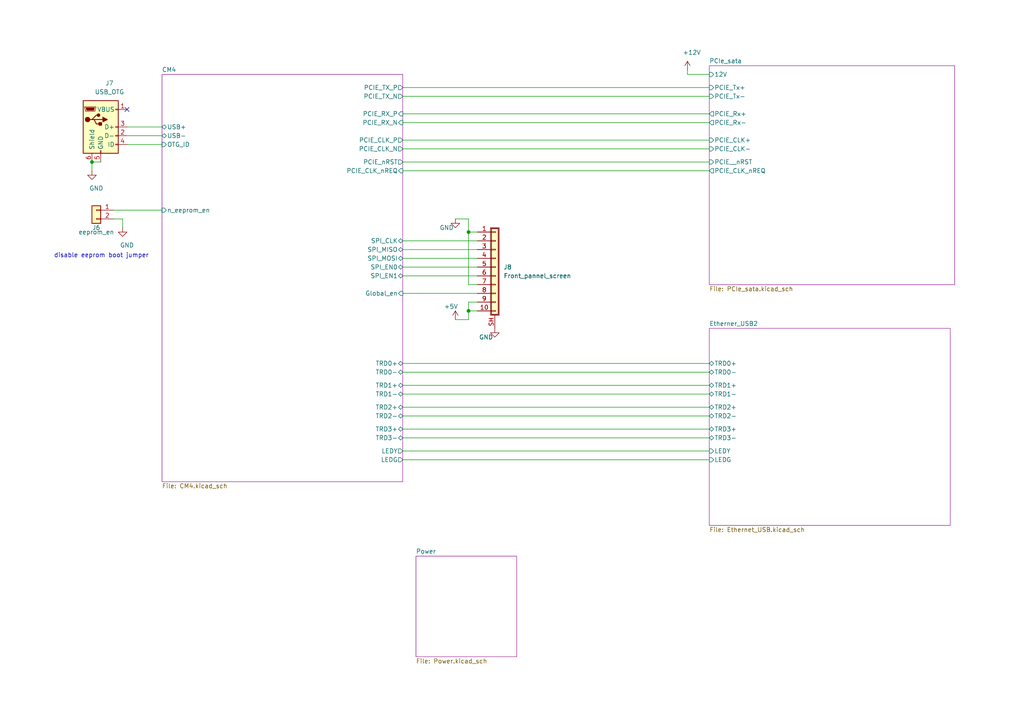
<source format=kicad_sch>
(kicad_sch (version 20211123) (generator eeschema)
  (paper "A4")
  (lib_symbols
    (symbol "Connector:USB_OTG" (pin_names (offset 1.016))
      (property "Reference" "J" (at -5.08 11.43 0))
      (property "Value" "USB_OTG" (at -5.08 8.89 0))
      (symbol "USB_OTG_0_1"
        (rectangle (start -5.08 -7.62) (end 5.08 7.62) (stroke (width 0.254)) (fill (type background)))
        (circle (center -3.81 2.159) (radius 0.635) (stroke (width 0.254)) (fill (type outline)))
        (circle (center -0.635 3.429) (radius 0.381) (stroke (width 0.254)) (fill (type outline)))
        (rectangle (start -0.127 -7.62) (end 0.127 -6.858))
        (polyline (pts (xy -1.905 2.159) (xy 0.635 2.159)) (stroke (width 0.254)))
        (polyline (pts (xy -3.175 2.159) (xy -2.54 2.159) (xy -1.27 3.429) (xy -0.635 3.429)) (stroke (width 0.254)))
        (polyline (pts (xy -2.54 2.159) (xy -1.905 2.159) (xy -1.27 0.889) (xy 0 0.889)) (stroke (width 0.254)))
        (polyline (pts (xy 0.635 2.794) (xy 0.635 1.524) (xy 1.905 2.159) (xy 0.635 2.794)) (stroke (width 0.254)) (fill (type outline)))
        (polyline (pts (xy -4.318 5.588) (xy -1.778 5.588) (xy -2.032 4.826) (xy -4.064 4.826) (xy -4.318 5.588)) (fill (type outline)))
        (polyline (pts (xy -4.699 5.842) (xy -4.699 5.588) (xy -4.445 4.826) (xy -4.445 4.572) (xy -1.651 4.572) (xy -1.651 4.826) (xy -1.397 5.588) (xy -1.397 5.842) (xy -4.699 5.842)))
        (rectangle (start 0.254 1.27) (end -0.508 0.508) (stroke (width 0.254)) (fill (type outline)))
        (rectangle (start 5.08 -5.207) (end 4.318 -4.953))
        (rectangle (start 5.08 -2.667) (end 4.318 -2.413))
        (rectangle (start 5.08 -0.127) (end 4.318 0.127))
        (rectangle (start 5.08 4.953) (end 4.318 5.207))
      )
      (symbol "USB_OTG_1_1"
        (pin passive line (at 7.62 5.08 180) (length 2.54) (name "VBUS") (number "1"))
        (pin bidirectional line (at 7.62 -2.54 180) (length 2.54) (name "D-") (number "2"))
        (pin bidirectional line (at 7.62 0 180) (length 2.54) (name "D+") (number "3"))
        (pin passive line (at 7.62 -5.08 180) (length 2.54) (name "ID") (number "4"))
        (pin passive line (at 0 -10.16 90) (length 2.54) (name "GND") (number "5"))
        (pin passive line (at -2.54 -10.16 90) (length 2.54) (name "Shield") (number "6"))
      )
    )
    (symbol "Connector_Generic:Conn_01x02" (pin_names (offset 1.016) hide)
      (property "Reference" "J" (at 0 2.54 0))
      (property "Value" "Conn_01x02" (at 0 -5.08 0))
      (symbol "Conn_01x02_1_1"
        (rectangle (start -1.27 -2.413) (end 0 -2.667) (stroke (width 0.1524)))
        (rectangle (start -1.27 0.127) (end 0 -0.127) (stroke (width 0.1524)))
        (rectangle (start -1.27 1.27) (end 1.27 -3.81) (stroke (width 0.254)) (fill (type background)))
        (pin passive line (at -5.08 0 0) (length 3.81) (name "Pin_1") (number "1"))
        (pin passive line (at -5.08 -2.54 0) (length 3.81) (name "Pin_2") (number "2"))
      )
    )
    (symbol "Connector_Generic_Shielded:Conn_01x10_Shielded" (pin_names (offset 1.016) hide)
      (property "Reference" "J" (at 0.254 12.446 0))
      (property "Value" "Conn_01x10_Shielded" (at 1.016 -14.986 0))
      (symbol "Conn_01x10_Shielded_1_1"
        (rectangle (start -1.27 11.43) (end 1.27 -13.97) (stroke (width 0.1524)))
        (rectangle (start -1.016 -12.573) (end 0.254 -12.827) (stroke (width 0.1524)))
        (rectangle (start -1.016 -10.033) (end 0.254 -10.287) (stroke (width 0.1524)))
        (rectangle (start -1.016 -7.493) (end 0.254 -7.747) (stroke (width 0.1524)))
        (rectangle (start -1.016 -4.953) (end 0.254 -5.207) (stroke (width 0.1524)))
        (rectangle (start -1.016 -2.413) (end 0.254 -2.667) (stroke (width 0.1524)))
        (rectangle (start -1.016 0.127) (end 0.254 -0.127) (stroke (width 0.1524)))
        (rectangle (start -1.016 2.667) (end 0.254 2.413) (stroke (width 0.1524)))
        (rectangle (start -1.016 5.207) (end 0.254 4.953) (stroke (width 0.1524)))
        (rectangle (start -1.016 7.747) (end 0.254 7.493) (stroke (width 0.1524)))
        (rectangle (start -1.016 10.287) (end 0.254 10.033) (stroke (width 0.1524)))
        (rectangle (start -1.016 11.176) (end 1.016 -13.716) (stroke (width 0.254)) (fill (type background)))
        (pin passive line (at -5.08 10.16 0) (length 4.064) (name "Pin_1") (number "1"))
        (pin passive line (at -5.08 -12.7 0) (length 4.064) (name "Pin_10") (number "10"))
        (pin passive line (at -5.08 7.62 0) (length 4.064) (name "Pin_2") (number "2"))
        (pin passive line (at -5.08 5.08 0) (length 4.064) (name "Pin_3") (number "3"))
        (pin passive line (at -5.08 2.54 0) (length 4.064) (name "Pin_4") (number "4"))
        (pin passive line (at -5.08 0 0) (length 4.064) (name "Pin_5") (number "5"))
        (pin passive line (at -5.08 -2.54 0) (length 4.064) (name "Pin_6") (number "6"))
        (pin passive line (at -5.08 -5.08 0) (length 4.064) (name "Pin_7") (number "7"))
        (pin passive line (at -5.08 -7.62 0) (length 4.064) (name "Pin_8") (number "8"))
        (pin passive line (at -5.08 -10.16 0) (length 4.064) (name "Pin_9") (number "9"))
        (pin passive line (at 0 -17.78 90) (length 3.81) (name "Shield") (number "SH"))
      )
    )
    (symbol "power:+12V" (power) (pin_names (offset 0))
      (property "Value" "+12V" (at 0 3.556 0))
      (symbol "+12V_0_1"
        (polyline (pts (xy -0.762 1.27) (xy 0 2.54)))
        (polyline (pts (xy 0 0) (xy 0 2.54)))
        (polyline (pts (xy 0 2.54) (xy 0.762 1.27)))
      )
      (symbol "+12V_1_1"
        (pin power_in line (at 0 0 90) (length 0) hide (name "+12V") (number "1"))
      )
    )
    (symbol "power:+5V" (power) (pin_names (offset 0))
      (property "Value" "+5V" (at 0 3.556 0))
      (symbol "+5V_0_1"
        (polyline (pts (xy -0.762 1.27) (xy 0 2.54)))
        (polyline (pts (xy 0 0) (xy 0 2.54)))
        (polyline (pts (xy 0 2.54) (xy 0.762 1.27)))
      )
      (symbol "+5V_1_1"
        (pin power_in line (at 0 0 90) (length 0) hide (name "+5V") (number "1"))
      )
    )
    (symbol "power:GND" (power) (pin_names (offset 0))
      (property "Value" "GND" (at 0 -3.81 0))
      (symbol "GND_0_1"
        (polyline (pts (xy 0 0) (xy 0 -1.27) (xy 1.27 -1.27) (xy 0 -2.54) (xy -1.27 -1.27) (xy 0 -1.27)))
      )
      (symbol "GND_1_1"
        (pin power_in line (at 0 0 270) (length 0) hide (name "GND") (number "1"))
      )
    )
  )
  (junction (at 135.89 90.17))
  (junction (at 26.67 46.99) (diameter 0.9144))
  (junction (at 135.89 67.31))
  (no_connect (at 36.83 31.75))
  (wire (pts (xy 116.84 120.65) (xy 205.74 120.65)))
  (wire (pts (xy 116.84 77.47) (xy 138.43 77.47)))
  (wire (pts (xy 116.84 133.35) (xy 205.74 133.35)))
  (wire (pts (xy 135.89 67.31) (xy 138.43 67.31)))
  (wire (pts (xy 36.83 41.91) (xy 46.99 41.91)))
  (wire (pts (xy 35.56 66.04) (xy 35.56 63.5)))
  (wire (pts (xy 199.39 20.32) (xy 199.39 21.59)))
  (wire (pts (xy 116.84 72.39) (xy 138.43 72.39)))
  (wire (pts (xy 116.84 74.93) (xy 138.43 74.93)))
  (wire (pts (xy 135.89 82.55) (xy 135.89 67.31)))
  (wire (pts (xy 116.84 43.18) (xy 205.74 43.18)))
  (wire (pts (xy 135.89 63.5) (xy 135.89 67.31)))
  (wire (pts (xy 116.84 107.95) (xy 205.74 107.95)))
  (wire (pts (xy 138.43 87.63) (xy 135.89 87.63)))
  (wire (pts (xy 199.39 21.59) (xy 205.74 21.59)))
  (wire (pts (xy 135.89 87.63) (xy 135.89 90.17)))
  (wire (pts (xy 33.02 60.96) (xy 46.99 60.96)))
  (wire (pts (xy 116.84 25.4) (xy 205.74 25.4)))
  (wire (pts (xy 116.84 105.41) (xy 205.74 105.41)))
  (wire (pts (xy 132.08 92.71) (xy 135.89 92.71)))
  (wire (pts (xy 116.84 130.81) (xy 205.74 130.81)))
  (wire (pts (xy 132.08 63.5) (xy 135.89 63.5)))
  (wire (pts (xy 116.84 40.64) (xy 205.74 40.64)))
  (wire (pts (xy 116.84 33.02) (xy 205.74 33.02)))
  (wire (pts (xy 116.84 35.56) (xy 205.74 35.56)))
  (wire (pts (xy 116.84 114.3) (xy 205.74 114.3)))
  (wire (pts (xy 116.84 85.09) (xy 138.43 85.09)))
  (wire (pts (xy 116.84 46.99) (xy 205.74 46.99)))
  (wire (pts (xy 116.84 69.85) (xy 138.43 69.85)))
  (wire (pts (xy 26.67 46.99) (xy 26.67 49.53)))
  (wire (pts (xy 116.84 127) (xy 205.74 127)))
  (wire (pts (xy 135.89 92.71) (xy 135.89 90.17)))
  (wire (pts (xy 116.84 118.11) (xy 205.74 118.11)))
  (wire (pts (xy 135.89 90.17) (xy 138.43 90.17)))
  (wire (pts (xy 116.84 111.76) (xy 205.74 111.76)))
  (wire (pts (xy 138.43 82.55) (xy 135.89 82.55)))
  (wire (pts (xy 26.67 46.99) (xy 29.21 46.99)))
  (wire (pts (xy 35.56 63.5) (xy 33.02 63.5)))
  (wire (pts (xy 36.83 39.37) (xy 46.99 39.37)))
  (wire (pts (xy 116.84 80.01) (xy 138.43 80.01)))
  (wire (pts (xy 116.84 27.94) (xy 205.74 27.94)))
  (wire (pts (xy 36.83 36.83) (xy 46.99 36.83)))
  (wire (pts (xy 116.84 49.53) (xy 205.74 49.53)))
  (wire (pts (xy 116.84 124.46) (xy 205.74 124.46)))
  (text "disable eeprom boot jumper\n" (at 43.18 74.93 180) (effects (font (size 1.27 1.27)) (justify right bottom)))
  (symbol (lib_id "power:GND") (at 35.56 66.04 0) (unit 1)
    (property "Reference" "#PWR0164" (effects hide))
    (property "Value" "GND" (at 36.83 71.12 0))
  )
  (symbol (lib_id "power:GND") (at 143.51 95.25 0) (unit 1)
    (property "Reference" "#PWR0184" (effects hide))
    (property "Value" "GND" (at 140.97 97.79 0))
  )
  (symbol (lib_id "power:GND") (at 26.67 49.53 0) (unit 1)
    (property "Reference" "#PWR0165" (effects hide))
    (property "Value" "GND" (at 27.94 54.61 0))
  )
  (symbol (lib_id "power:+5V") (at 132.08 92.71 0) (unit 1)
    (property "Reference" "#PWR0181" (effects hide))
    (property "Value" "+5V" (at 130.81 88.9 0))
  )
  (symbol (lib_id "power:GND") (at 132.08 63.5 0) (unit 1)
    (property "Reference" "#PWR0180" (effects hide))
    (property "Value" "GND" (at 129.54 66.04 0))
  )
  (symbol (lib_id "Connector_Generic_Shielded:Conn_01x10_Shielded") (at 143.51 77.47 0) (unit 1)
    (property "Reference" "J8" (at 146.05 77.4699 0) (effects (justify left)))
    (property "Value" "Front_pannel_screen" (at 146.05 80.0099 0) (effects (justify left)))
    (property "Footprint" "Connector_FFC-FPC:TE_1-1734839-0_1x10-1MP_P0.5mm_Horizontal" (effects hide))
    (property "MFR" "TE" (effects hide))
    (property "MPN" "1-1734839-0" (effects hide))
  )
  (symbol (lib_id "Connector:USB_OTG") (at 29.21 36.83 0) (unit 1)
    (property "Reference" "J7" (at 31.75 24.13 0))
    (property "Value" "USB_OTG" (at 31.75 26.67 0))
    (property "Footprint" "Connector_USB:USB_Micro-B_Molex-105017-0001" (effects hide))
    (property "Datasheet" " ~" (effects hide))
    (property "MFR" "Molex" (effects hide))
    (property "MPN" "105017-0001" (effects hide))
  )
  (symbol (lib_id "power:+12V") (at 199.39 20.32 0) (unit 1)
    (property "Reference" "#PWR0101" (effects hide))
    (property "Value" "+12V" (at 200.66 15.24 0))
  )
  (symbol (lib_id "Connector_Generic:Conn_01x02") (at 27.94 60.96 0) (mirror y) (unit 1)
    (property "Reference" "J6" (at 27.94 66.04 0))
    (property "Value" "eeprom_en" (at 27.94 67.31 0))
    (property "Footprint" "Connector_PinHeader_2.54mm:PinHeader_1x02_P2.54mm_Vertical" (effects hide))
    (property "MFR" "Amphenol" (effects hide))
    (property "MPN" "G800W306018EU" (effects hide))
  )
  (sheet (at 46.99 21.59) (size 69.85 118.11) (stroke (width 0.001) (color 132 0 132 1)) (fill (color 255 255 255 0.0000))
    (property "Sheet name" "CM4" (at 46.99 20.9541 0) (effects (justify left bottom)))
    (property "Sheet file" "CM4.kicad_sch" (at 46.99 140.2089 0) (effects (justify left top)))
    (pin "PCIE_CLK_nREQ" input (at 116.84 49.53 0))
    (pin "PCIE_CLK_P" output (at 116.84 40.64 0))
    (pin "PCIE_CLK_N" output (at 116.84 43.18 0))
    (pin "PCIE_RX_P" input (at 116.84 33.02 0))
    (pin "PCIE_RX_N" input (at 116.84 35.56 0))
    (pin "PCIE_TX_P" output (at 116.84 25.4 0))
    (pin "PCIE_TX_N" output (at 116.84 27.94 0))
    (pin "PCIE_nRST" output (at 116.84 46.99 0))
    (pin "LEDG" output (at 116.84 133.35 0))
    (pin "TRD3-" bidirectional (at 116.84 127 0))
    (pin "TRD2+" bidirectional (at 116.84 118.11 0))
    (pin "TRD2-" bidirectional (at 116.84 120.65 0))
    (pin "TRD3+" bidirectional (at 116.84 124.46 0))
    (pin "LEDY" output (at 116.84 130.81 0))
    (pin "TRD1+" bidirectional (at 116.84 111.76 0))
    (pin "TRD1-" bidirectional (at 116.84 114.3 0))
    (pin "TRD0-" bidirectional (at 116.84 107.95 0))
    (pin "TRD0+" bidirectional (at 116.84 105.41 0))
    (pin "n_eeprom_en" input (at 46.99 60.96 180))
    (pin "OTG_ID" input (at 46.99 41.91 180))
    (pin "USB-" bidirectional (at 46.99 39.37 180))
    (pin "USB+" bidirectional (at 46.99 36.83 180))
    (pin "SPI_EN0" bidirectional (at 116.84 77.47 0))
    (pin "SPI_EN1" bidirectional (at 116.84 80.01 0))
    (pin "SPI_MOSI" bidirectional (at 116.84 74.93 0))
    (pin "SPI_CLK" bidirectional (at 116.84 69.85 0))
    (pin "SPI_MISO" bidirectional (at 116.84 72.39 0))
    (pin "Global_en" input (at 116.84 85.09 0))
  )
  (sheet (at 205.74 19.05) (size 71.12 63.5) (stroke (width 0.001) (color 132 0 132 1)) (fill (color 255 255 255 0.0000))
    (property "Sheet name" "PCIe_sata" (at 205.74 18.4141 0) (effects (justify left bottom)))
    (property "Sheet file" "PCIe_sata.kicad_sch" (at 205.74 83.0589 0) (effects (justify left top)))
    (pin "PCIE_CLK-" input (at 205.74 43.18 180))
    (pin "PCIE_Tx+" input (at 205.74 25.4 180))
    (pin "PCIE_Rx-" output (at 205.74 35.56 180))
    (pin "PCIE_Rx+" output (at 205.74 33.02 180))
    (pin "PCIE_CLK+" input (at 205.74 40.64 180))
    (pin "PCIE_Tx-" input (at 205.74 27.94 180))
    (pin "PCIE__nRST" input (at 205.74 46.99 180))
    (pin "PCIE_CLK_nREQ" output (at 205.74 49.53 180))
    (pin "12V" input (at 205.74 21.59 180))
  )
  (sheet (at 205.74 95.25) (size 69.85 57.15) (stroke (width 0.001) (color 132 0 132 1)) (fill (color 255 255 255 0.0000))
    (property "Sheet name" "Etherner_USB2" (at 205.74 94.614 0) (effects (justify left bottom)))
    (property "Sheet file" "Ethernet_USB.kicad_sch" (at 205.74 152.9089 0) (effects (justify left top)))
    (pin "TRD1-" bidirectional (at 205.74 114.3 180))
    (pin "TRD2+" bidirectional (at 205.74 118.11 180))
    (pin "TRD2-" bidirectional (at 205.74 120.65 180))
    (pin "TRD3+" bidirectional (at 205.74 124.46 180))
    (pin "TRD1+" bidirectional (at 205.74 111.76 180))
    (pin "LEDG" input (at 205.74 133.35 180))
    (pin "LEDY" input (at 205.74 130.81 180))
    (pin "TRD0+" bidirectional (at 205.74 105.41 180))
    (pin "TRD0-" bidirectional (at 205.74 107.95 180))
    (pin "TRD3-" bidirectional (at 205.74 127 180))
  )
  (sheet (at 120.65 161.29) (size 29.21 29.21) (stroke (width 0.001) (color 132 0 132 1)) (fill (color 255 255 255 0.0000))
    (property "Sheet name" "Power" (at 120.65 160.6541 0) (effects (justify left bottom)))
    (property "Sheet file" "Power.kicad_sch" (at 120.65 191.0089 0) (effects (justify left top)))
  )
)
</source>
